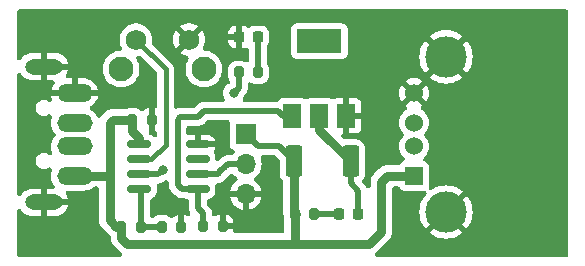
<source format=gbr>
%TF.GenerationSoftware,KiCad,Pcbnew,7.0.9*%
%TF.CreationDate,2024-04-25T13:42:10+02:00*%
%TF.ProjectId,UsbLoad,5573624c-6f61-4642-9e6b-696361645f70,rev?*%
%TF.SameCoordinates,Original*%
%TF.FileFunction,Copper,L1,Top*%
%TF.FilePolarity,Positive*%
%FSLAX46Y46*%
G04 Gerber Fmt 4.6, Leading zero omitted, Abs format (unit mm)*
G04 Created by KiCad (PCBNEW 7.0.9) date 2024-04-25 13:42:10*
%MOMM*%
%LPD*%
G01*
G04 APERTURE LIST*
G04 Aperture macros list*
%AMRoundRect*
0 Rectangle with rounded corners*
0 $1 Rounding radius*
0 $2 $3 $4 $5 $6 $7 $8 $9 X,Y pos of 4 corners*
0 Add a 4 corners polygon primitive as box body*
4,1,4,$2,$3,$4,$5,$6,$7,$8,$9,$2,$3,0*
0 Add four circle primitives for the rounded corners*
1,1,$1+$1,$2,$3*
1,1,$1+$1,$4,$5*
1,1,$1+$1,$6,$7*
1,1,$1+$1,$8,$9*
0 Add four rect primitives between the rounded corners*
20,1,$1+$1,$2,$3,$4,$5,0*
20,1,$1+$1,$4,$5,$6,$7,0*
20,1,$1+$1,$6,$7,$8,$9,0*
20,1,$1+$1,$8,$9,$2,$3,0*%
G04 Aperture macros list end*
%TA.AperFunction,SMDPad,CuDef*%
%ADD10RoundRect,0.218750X-0.218750X-0.256250X0.218750X-0.256250X0.218750X0.256250X-0.218750X0.256250X0*%
%TD*%
%TA.AperFunction,SMDPad,CuDef*%
%ADD11RoundRect,0.200000X-0.200000X-0.275000X0.200000X-0.275000X0.200000X0.275000X-0.200000X0.275000X0*%
%TD*%
%TA.AperFunction,SMDPad,CuDef*%
%ADD12RoundRect,0.200000X0.200000X0.275000X-0.200000X0.275000X-0.200000X-0.275000X0.200000X-0.275000X0*%
%TD*%
%TA.AperFunction,SMDPad,CuDef*%
%ADD13RoundRect,0.150000X-0.825000X-0.150000X0.825000X-0.150000X0.825000X0.150000X-0.825000X0.150000X0*%
%TD*%
%TA.AperFunction,ComponentPad*%
%ADD14O,3.000000X1.500000*%
%TD*%
%TA.AperFunction,ComponentPad*%
%ADD15O,3.200000X1.300000*%
%TD*%
%TA.AperFunction,SMDPad,CuDef*%
%ADD16RoundRect,0.249999X-0.450001X-1.075001X0.450001X-1.075001X0.450001X1.075001X-0.450001X1.075001X0*%
%TD*%
%TA.AperFunction,SMDPad,CuDef*%
%ADD17R,1.500000X2.000000*%
%TD*%
%TA.AperFunction,SMDPad,CuDef*%
%ADD18R,3.800000X2.000000*%
%TD*%
%TA.AperFunction,ComponentPad*%
%ADD19R,1.700000X1.700000*%
%TD*%
%TA.AperFunction,ComponentPad*%
%ADD20O,1.700000X1.700000*%
%TD*%
%TA.AperFunction,SMDPad,CuDef*%
%ADD21RoundRect,0.218750X0.218750X0.256250X-0.218750X0.256250X-0.218750X-0.256250X0.218750X-0.256250X0*%
%TD*%
%TA.AperFunction,ComponentPad*%
%ADD22C,2.100000*%
%TD*%
%TA.AperFunction,ComponentPad*%
%ADD23C,1.750000*%
%TD*%
%TA.AperFunction,ComponentPad*%
%ADD24R,1.524000X1.524000*%
%TD*%
%TA.AperFunction,ComponentPad*%
%ADD25C,1.524000*%
%TD*%
%TA.AperFunction,ComponentPad*%
%ADD26C,3.500000*%
%TD*%
%TA.AperFunction,ViaPad*%
%ADD27C,0.800000*%
%TD*%
%TA.AperFunction,Conductor*%
%ADD28C,0.500000*%
%TD*%
%TA.AperFunction,Conductor*%
%ADD29C,0.600000*%
%TD*%
%TA.AperFunction,Conductor*%
%ADD30C,0.127000*%
%TD*%
%TA.AperFunction,Conductor*%
%ADD31C,0.800000*%
%TD*%
%TA.AperFunction,Conductor*%
%ADD32C,0.250000*%
%TD*%
%TA.AperFunction,Conductor*%
%ADD33C,0.400000*%
%TD*%
G04 APERTURE END LIST*
D10*
%TO.P,D2,1,K*%
%TO.N,GND*%
X84212500Y-51000000D03*
%TO.P,D2,2,A*%
%TO.N,Net-(D2-A)*%
X85787500Y-51000000D03*
%TD*%
D11*
%TO.P,R6,1*%
%TO.N,Net-(U1-PA7)*%
X84175000Y-54000000D03*
%TO.P,R6,2*%
%TO.N,Net-(D2-A)*%
X85825000Y-54000000D03*
%TD*%
D12*
%TO.P,C1,1*%
%TO.N,GND*%
X76825000Y-58000000D03*
%TO.P,C1,2*%
%TO.N,VCC*%
X75175000Y-58000000D03*
%TD*%
D11*
%TO.P,R1,1*%
%TO.N,VCC*%
X74255000Y-67050000D03*
%TO.P,R1,2*%
%TO.N,/Voltage*%
X75905000Y-67050000D03*
%TD*%
D13*
%TO.P,U1,1,VCC*%
%TO.N,VCC*%
X75775000Y-60095000D03*
%TO.P,U1,2,PA6*%
%TO.N,Net-(U1-PA6)*%
X75775000Y-61365000D03*
%TO.P,U1,3,PA7*%
%TO.N,Net-(U1-PA7)*%
X75775000Y-62635000D03*
%TO.P,U1,4,PA1*%
%TO.N,/Voltage*%
X75775000Y-63905000D03*
%TO.P,U1,5,PA2*%
%TO.N,/Stimul*%
X80725000Y-63905000D03*
%TO.P,U1,6,~{RESET}/PA0*%
%TO.N,Net-(J3-Pin_2)*%
X80725000Y-62635000D03*
%TO.P,U1,7,PA3*%
%TO.N,unconnected-(U1-PA3-Pad7)*%
X80725000Y-61365000D03*
%TO.P,U1,8,GND*%
%TO.N,GND*%
X80725000Y-60095000D03*
%TD*%
D14*
%TO.P,J1,1,VBUS*%
%TO.N,VCC*%
X70285000Y-62750000D03*
%TO.P,J1,2,D-*%
%TO.N,unconnected-(J1-D--Pad2)*%
X70285000Y-60250000D03*
%TO.P,J1,3,D+*%
%TO.N,unconnected-(J1-D+-Pad3)*%
X70285000Y-58250000D03*
%TO.P,J1,4,GND*%
%TO.N,GND*%
X70285000Y-55750000D03*
D15*
%TO.P,J1,5,Shield*%
X67685000Y-65000000D03*
X67685000Y-53500000D03*
%TD*%
D11*
%TO.P,R5,1*%
%TO.N,/Stimul*%
X81175000Y-67000000D03*
%TO.P,R5,2*%
%TO.N,GND*%
X82825000Y-67000000D03*
%TD*%
%TO.P,R2,1*%
%TO.N,/Voltage*%
X77685000Y-67050000D03*
%TO.P,R2,2*%
%TO.N,GND*%
X79335000Y-67050000D03*
%TD*%
D16*
%TO.P,R3,1*%
%TO.N,VCC*%
X88850000Y-61500000D03*
%TO.P,R3,2*%
%TO.N,Net-(D1-K)*%
X93650000Y-61500000D03*
%TD*%
D17*
%TO.P,Q1,1,G*%
%TO.N,/Stimul*%
X88700000Y-57650000D03*
%TO.P,Q1,2,D*%
%TO.N,Net-(D1-K)*%
X91000000Y-57650000D03*
D18*
X91000000Y-51350000D03*
D17*
%TO.P,Q1,3,S*%
%TO.N,GND*%
X93300000Y-57650000D03*
%TD*%
D19*
%TO.P,J3,1,Pin_1*%
%TO.N,VCC*%
X84775000Y-59210000D03*
D20*
%TO.P,J3,2,Pin_2*%
%TO.N,Net-(J3-Pin_2)*%
X84775000Y-61750000D03*
%TO.P,J3,3,Pin_3*%
%TO.N,GND*%
X84775000Y-64290000D03*
%TD*%
D21*
%TO.P,D1,1,K*%
%TO.N,Net-(D1-K)*%
X94287500Y-66000000D03*
%TO.P,D1,2,A*%
%TO.N,Net-(D1-A)*%
X92712500Y-66000000D03*
%TD*%
D22*
%TO.P,SW1,*%
%TO.N,*%
X74225000Y-53702500D03*
X81235000Y-53702500D03*
D23*
%TO.P,SW1,1,1*%
%TO.N,Net-(U1-PA6)*%
X75475000Y-51212500D03*
%TO.P,SW1,2,2*%
%TO.N,GND*%
X79975000Y-51212500D03*
%TD*%
D11*
%TO.P,R4,1*%
%TO.N,VCC*%
X88925000Y-66000000D03*
%TO.P,R4,2*%
%TO.N,Net-(D1-A)*%
X90575000Y-66000000D03*
%TD*%
D24*
%TO.P,J2,1,VBUS*%
%TO.N,VCC*%
X99022500Y-62750000D03*
D25*
%TO.P,J2,2,D-*%
%TO.N,unconnected-(J2-D--Pad2)*%
X99022500Y-60250000D03*
%TO.P,J2,3,D+*%
%TO.N,unconnected-(J2-D+-Pad3)*%
X99022500Y-58250000D03*
%TO.P,J2,4,GND*%
%TO.N,GND*%
X99022500Y-55750000D03*
D26*
%TO.P,J2,5,Shield*%
X101732500Y-65820000D03*
X101732500Y-52680000D03*
%TD*%
D27*
%TO.N,GND*%
X79250000Y-65250000D03*
X82500000Y-58750000D03*
%TO.N,Net-(U1-PA7)*%
X83750000Y-55750000D03*
X77750000Y-62250000D03*
%TD*%
D28*
%TO.N,Net-(U1-PA7)*%
X84175000Y-55325000D02*
X84175000Y-54000000D01*
X83750000Y-55750000D02*
X84175000Y-55325000D01*
%TO.N,/Stimul*%
X79405000Y-63905000D02*
X80725000Y-63905000D01*
X79000000Y-58000000D02*
X79000000Y-63500000D01*
X79250000Y-57750000D02*
X79000000Y-58000000D01*
X81250000Y-57250000D02*
X80750000Y-57750000D01*
X80750000Y-57750000D02*
X79250000Y-57750000D01*
X87500000Y-57250000D02*
X81250000Y-57250000D01*
X79000000Y-63500000D02*
X79405000Y-63905000D01*
X87900000Y-57650000D02*
X87500000Y-57250000D01*
X88700000Y-57650000D02*
X87900000Y-57650000D01*
D29*
%TO.N,VCC*%
X75775000Y-59525000D02*
X75775000Y-60095000D01*
D28*
X85815000Y-60250000D02*
X84775000Y-59210000D01*
X87600000Y-60250000D02*
X85815000Y-60250000D01*
X88850000Y-61500000D02*
X87600000Y-60250000D01*
%TO.N,Net-(J3-Pin_2)*%
X83270000Y-61750000D02*
X84775000Y-61750000D01*
X82635000Y-62385000D02*
X83000000Y-62020000D01*
X82385000Y-62635000D02*
X82635000Y-62385000D01*
X82635000Y-62385000D02*
X83270000Y-61750000D01*
D30*
%TO.N,GND*%
X79335000Y-65335000D02*
X79250000Y-65250000D01*
D28*
X79335000Y-67050000D02*
X79335000Y-65335000D01*
D31*
%TO.N,VCC*%
X74750000Y-68500000D02*
X89000000Y-68500000D01*
X73500000Y-58000000D02*
X75175000Y-58000000D01*
X70035000Y-62750000D02*
X73250000Y-62750000D01*
X73800000Y-67050000D02*
X73250000Y-66500000D01*
X88925000Y-66000000D02*
X88925000Y-68425000D01*
X88850000Y-65850000D02*
X88850000Y-61500000D01*
X96250000Y-67500000D02*
X95250000Y-68500000D01*
X88925000Y-68425000D02*
X89000000Y-68500000D01*
X96750000Y-62750000D02*
X96250000Y-63250000D01*
X99022500Y-62750000D02*
X96750000Y-62750000D01*
X74255000Y-67050000D02*
X74250000Y-67050000D01*
X75175000Y-58000000D02*
X75175000Y-58925000D01*
X96250000Y-63250000D02*
X96250000Y-67500000D01*
X73250000Y-62750000D02*
X73250000Y-58250000D01*
X74255000Y-67050000D02*
X73800000Y-67050000D01*
X73250000Y-66500000D02*
X73250000Y-62750000D01*
X88925000Y-66000000D02*
X89000000Y-66000000D01*
X89000000Y-66000000D02*
X88850000Y-65850000D01*
X95250000Y-68500000D02*
X89000000Y-68500000D01*
X74255000Y-67050000D02*
X74255000Y-68005000D01*
X75175000Y-58925000D02*
X75775000Y-59525000D01*
X73250000Y-58250000D02*
X73500000Y-58000000D01*
X74255000Y-68005000D02*
X74750000Y-68500000D01*
D28*
%TO.N,Net-(J3-Pin_2)*%
X82385000Y-62635000D02*
X80725000Y-62635000D01*
D32*
X80725000Y-62725000D02*
X80750000Y-62750000D01*
X80725000Y-62635000D02*
X80725000Y-62725000D01*
D28*
%TO.N,/Stimul*%
X81175000Y-65925000D02*
X81175000Y-67000000D01*
X80725000Y-65475000D02*
X81175000Y-65925000D01*
D30*
X80725000Y-63905000D02*
X80725000Y-64000000D01*
D28*
X80725000Y-65250000D02*
X80725000Y-65475000D01*
X80725000Y-63905000D02*
X80725000Y-65250000D01*
%TO.N,/Voltage*%
X75905000Y-67050000D02*
X77685000Y-67050000D01*
X75905000Y-67050000D02*
X75905000Y-64035000D01*
D32*
X75905000Y-64035000D02*
X75775000Y-63905000D01*
%TO.N,Net-(D2-A)*%
X85787500Y-53962500D02*
X85825000Y-54000000D01*
D28*
X85787500Y-51000000D02*
X85787500Y-53962500D01*
%TO.N,Net-(D1-K)*%
X93650000Y-61500000D02*
X93650000Y-63400000D01*
X93650000Y-63400000D02*
X94287500Y-64037500D01*
D31*
X91000000Y-58850000D02*
X93650000Y-61500000D01*
D30*
X93650000Y-61500000D02*
X94287500Y-62137500D01*
D28*
X94287500Y-64037500D02*
X94287500Y-66000000D01*
D31*
X91000000Y-57650000D02*
X91000000Y-58850000D01*
D28*
%TO.N,Net-(D1-A)*%
X90575000Y-66000000D02*
X92712500Y-66000000D01*
D33*
%TO.N,Net-(U1-PA6)*%
X76749999Y-61365000D02*
X75775000Y-61365000D01*
X75475000Y-51212500D02*
X78000000Y-53737500D01*
X78000000Y-53737500D02*
X78000000Y-60114999D01*
X78000000Y-60114999D02*
X76749999Y-61365000D01*
D28*
%TO.N,Net-(U1-PA7)*%
X77365000Y-62635000D02*
X77750000Y-62250000D01*
X75775000Y-62635000D02*
X77365000Y-62635000D01*
%TD*%
%TA.AperFunction,Conductor*%
%TO.N,GND*%
G36*
X72236843Y-63670207D02*
G01*
X72306084Y-63725426D01*
X72344511Y-63805218D01*
X72349500Y-63849500D01*
X72349500Y-66413470D01*
X72347051Y-66444590D01*
X72345781Y-66452612D01*
X72349364Y-66520998D01*
X72349500Y-66526179D01*
X72349500Y-66547201D01*
X72351696Y-66568096D01*
X72352104Y-66573284D01*
X72355687Y-66641644D01*
X72355688Y-66641651D01*
X72357788Y-66649489D01*
X72363476Y-66680179D01*
X72364324Y-66688249D01*
X72364325Y-66688254D01*
X72385484Y-66753376D01*
X72386956Y-66758348D01*
X72404625Y-66824281D01*
X72404681Y-66824491D01*
X72408367Y-66831725D01*
X72420313Y-66860567D01*
X72422819Y-66868281D01*
X72422819Y-66868282D01*
X72439364Y-66896937D01*
X72451496Y-66917951D01*
X72457052Y-66927573D01*
X72459525Y-66932127D01*
X72490617Y-66993149D01*
X72495720Y-66999450D01*
X72513407Y-67025185D01*
X72517464Y-67032212D01*
X72517470Y-67032221D01*
X72563287Y-67083106D01*
X72566655Y-67087049D01*
X72573323Y-67095282D01*
X72579878Y-67103377D01*
X72579883Y-67103383D01*
X72594723Y-67118222D01*
X72598312Y-67122003D01*
X72644128Y-67172887D01*
X72644129Y-67172888D01*
X72650698Y-67177661D01*
X72674440Y-67197939D01*
X73102061Y-67625560D01*
X73122337Y-67649299D01*
X73127112Y-67655871D01*
X73177996Y-67701687D01*
X73181774Y-67705273D01*
X73196620Y-67720119D01*
X73212969Y-67733359D01*
X73216893Y-67736711D01*
X73267783Y-67782532D01*
X73269159Y-67783532D01*
X73270138Y-67784653D01*
X73275536Y-67789513D01*
X73274951Y-67790161D01*
X73327430Y-67850226D01*
X73350992Y-67935597D01*
X73350921Y-67954935D01*
X73350780Y-67957610D01*
X73352643Y-67993147D01*
X73354364Y-68025998D01*
X73354500Y-68031179D01*
X73354500Y-68052201D01*
X73356696Y-68073096D01*
X73357103Y-68078282D01*
X73359197Y-68118227D01*
X73360687Y-68146644D01*
X73360688Y-68146651D01*
X73362788Y-68154489D01*
X73368476Y-68185179D01*
X73369324Y-68193249D01*
X73369325Y-68193254D01*
X73390484Y-68258376D01*
X73391956Y-68263348D01*
X73409680Y-68329488D01*
X73409681Y-68329491D01*
X73413367Y-68336725D01*
X73425313Y-68365567D01*
X73427819Y-68373281D01*
X73427819Y-68373282D01*
X73462052Y-68432573D01*
X73464525Y-68437127D01*
X73495617Y-68498149D01*
X73500720Y-68504450D01*
X73518407Y-68530185D01*
X73522464Y-68537212D01*
X73522470Y-68537221D01*
X73568287Y-68588106D01*
X73571655Y-68592049D01*
X73579381Y-68601589D01*
X73584878Y-68608377D01*
X73584883Y-68608383D01*
X73599723Y-68623222D01*
X73603312Y-68627003D01*
X73649128Y-68677887D01*
X73649129Y-68677888D01*
X73655698Y-68682661D01*
X73679440Y-68702939D01*
X74052062Y-69075562D01*
X74072340Y-69099304D01*
X74077108Y-69105866D01*
X74077108Y-69105867D01*
X74077111Y-69105869D01*
X74077112Y-69105871D01*
X74127987Y-69151678D01*
X74131768Y-69155267D01*
X74146621Y-69170121D01*
X74162955Y-69183348D01*
X74166917Y-69186732D01*
X74217779Y-69232529D01*
X74217781Y-69232531D01*
X74217784Y-69232533D01*
X74217786Y-69232534D01*
X74226225Y-69238666D01*
X74224336Y-69241264D01*
X74275144Y-69288418D01*
X74307491Y-69370863D01*
X74300862Y-69459178D01*
X74256572Y-69535871D01*
X74183392Y-69585752D01*
X74110710Y-69599500D01*
X65599500Y-69599500D01*
X65513157Y-69579793D01*
X65443916Y-69524574D01*
X65405489Y-69444782D01*
X65400500Y-69400500D01*
X65400500Y-65728638D01*
X65420207Y-65642295D01*
X65475426Y-65573054D01*
X65555218Y-65534627D01*
X65643782Y-65534627D01*
X65723574Y-65573054D01*
X65768694Y-65623879D01*
X65813348Y-65696000D01*
X65813352Y-65696004D01*
X65956929Y-65853499D01*
X65956934Y-65853504D01*
X66127008Y-65981939D01*
X66317792Y-66076937D01*
X66317794Y-66076938D01*
X66522776Y-66135260D01*
X66522787Y-66135262D01*
X66681832Y-66150000D01*
X67435000Y-66150000D01*
X67435000Y-65350000D01*
X67935000Y-65350000D01*
X67935000Y-66150000D01*
X68688168Y-66150000D01*
X68847212Y-66135262D01*
X68847223Y-66135260D01*
X69052205Y-66076938D01*
X69052207Y-66076937D01*
X69242991Y-65981939D01*
X69413065Y-65853504D01*
X69413070Y-65853499D01*
X69556647Y-65696004D01*
X69556653Y-65695997D01*
X69668845Y-65514799D01*
X69668846Y-65514796D01*
X69745837Y-65316060D01*
X69758187Y-65250000D01*
X68830581Y-65250000D01*
X68882060Y-65194079D01*
X68928982Y-65087108D01*
X68938628Y-64970698D01*
X68909953Y-64857462D01*
X68846064Y-64759673D01*
X68833636Y-64750000D01*
X69758186Y-64750000D01*
X69745837Y-64683939D01*
X69668846Y-64485203D01*
X69668847Y-64485203D01*
X69556812Y-64304259D01*
X69528114Y-64220474D01*
X69538611Y-64132535D01*
X69586224Y-64057859D01*
X69661522Y-64011237D01*
X69726006Y-64000500D01*
X71091153Y-64000500D01*
X71091155Y-64000500D01*
X71259188Y-63985377D01*
X71476170Y-63925493D01*
X71678973Y-63827829D01*
X71861078Y-63695522D01*
X71861078Y-63695521D01*
X71868308Y-63690269D01*
X71869845Y-63692384D01*
X71934359Y-63657670D01*
X71987296Y-63650500D01*
X72150500Y-63650500D01*
X72236843Y-63670207D01*
G37*
%TD.AperFunction*%
%TA.AperFunction,Conductor*%
G36*
X111986843Y-48670207D02*
G01*
X112056084Y-48725426D01*
X112094511Y-48805218D01*
X112099500Y-48849500D01*
X112099500Y-69400500D01*
X112079793Y-69486843D01*
X112024574Y-69556084D01*
X111944782Y-69594511D01*
X111900500Y-69599500D01*
X95889290Y-69599500D01*
X95802947Y-69579793D01*
X95733706Y-69524574D01*
X95695279Y-69444782D01*
X95695279Y-69356218D01*
X95733706Y-69276426D01*
X95775235Y-69240684D01*
X95773771Y-69238669D01*
X95782210Y-69232537D01*
X95782211Y-69232535D01*
X95782216Y-69232533D01*
X95833123Y-69186695D01*
X95837043Y-69183348D01*
X95853380Y-69170119D01*
X95868257Y-69155240D01*
X95871977Y-69151710D01*
X95922888Y-69105871D01*
X95927661Y-69099300D01*
X95947935Y-69075562D01*
X96825565Y-68197933D01*
X96849307Y-68177656D01*
X96855871Y-68172888D01*
X96901681Y-68122008D01*
X96905230Y-68118268D01*
X96920120Y-68103380D01*
X96933352Y-68087037D01*
X96936720Y-68083094D01*
X96982533Y-68032216D01*
X96986583Y-68025199D01*
X97004280Y-67999450D01*
X97005456Y-67997998D01*
X97009383Y-67993149D01*
X97040471Y-67932132D01*
X97042932Y-67927599D01*
X97077179Y-67868284D01*
X97079684Y-67860573D01*
X97091641Y-67831707D01*
X97091713Y-67831565D01*
X97095320Y-67824487D01*
X97113048Y-67758322D01*
X97114506Y-67753399D01*
X97135674Y-67688256D01*
X97136521Y-67680189D01*
X97142213Y-67649480D01*
X97144313Y-67641645D01*
X97147896Y-67573248D01*
X97148301Y-67568110D01*
X97150500Y-67547192D01*
X97150500Y-67526179D01*
X97150635Y-67520998D01*
X97154219Y-67452612D01*
X97152948Y-67444590D01*
X97150500Y-67413470D01*
X97150500Y-63849500D01*
X97170207Y-63763157D01*
X97225426Y-63693916D01*
X97305218Y-63655489D01*
X97349500Y-63650500D01*
X97641935Y-63650500D01*
X97728278Y-63670207D01*
X97797519Y-63725426D01*
X97816590Y-63754124D01*
X97816701Y-63754328D01*
X97902953Y-63869546D01*
X97972864Y-63921881D01*
X98018169Y-63955796D01*
X98153017Y-64006091D01*
X98212627Y-64012500D01*
X99832372Y-64012499D01*
X99832375Y-64012499D01*
X99868952Y-64008567D01*
X99956907Y-64018933D01*
X100031654Y-64066434D01*
X100078388Y-64141662D01*
X100087854Y-64229718D01*
X100058177Y-64313161D01*
X100039838Y-64337637D01*
X99943628Y-64447342D01*
X99943626Y-64447346D01*
X99779767Y-64692577D01*
X99649309Y-64957118D01*
X99554504Y-65236404D01*
X99554501Y-65236413D01*
X99496962Y-65525683D01*
X99496961Y-65525687D01*
X99477672Y-65820000D01*
X99496961Y-66114312D01*
X99496962Y-66114316D01*
X99554501Y-66403586D01*
X99554504Y-66403595D01*
X99649309Y-66682881D01*
X99779767Y-66947422D01*
X99943624Y-67192652D01*
X99972906Y-67226040D01*
X100761938Y-66437007D01*
X100810848Y-66515999D01*
X100954431Y-66673501D01*
X101112888Y-66793163D01*
X100326458Y-67579592D01*
X100359852Y-67608878D01*
X100605077Y-67772732D01*
X100869618Y-67903190D01*
X101148904Y-67997995D01*
X101148913Y-67997998D01*
X101438183Y-68055537D01*
X101438187Y-68055538D01*
X101732500Y-68074827D01*
X102026812Y-68055538D01*
X102026816Y-68055537D01*
X102316086Y-67997998D01*
X102316095Y-67997995D01*
X102595381Y-67903190D01*
X102859922Y-67772732D01*
X103105153Y-67608873D01*
X103105157Y-67608870D01*
X103138539Y-67579593D01*
X103138539Y-67579592D01*
X102352111Y-66793163D01*
X102510569Y-66673501D01*
X102654152Y-66515999D01*
X102703060Y-66437007D01*
X103492092Y-67226039D01*
X103492093Y-67226039D01*
X103521370Y-67192657D01*
X103521373Y-67192653D01*
X103685232Y-66947422D01*
X103815690Y-66682881D01*
X103910495Y-66403595D01*
X103910498Y-66403586D01*
X103968037Y-66114316D01*
X103968038Y-66114312D01*
X103987327Y-65820000D01*
X103968038Y-65525687D01*
X103968037Y-65525683D01*
X103910498Y-65236413D01*
X103910495Y-65236404D01*
X103815690Y-64957118D01*
X103685232Y-64692577D01*
X103521378Y-64447352D01*
X103492092Y-64413958D01*
X102703060Y-65202990D01*
X102654152Y-65124001D01*
X102510569Y-64966499D01*
X102352110Y-64846835D01*
X103138540Y-64060406D01*
X103105152Y-64031124D01*
X102859922Y-63867267D01*
X102595381Y-63736809D01*
X102316095Y-63642004D01*
X102316086Y-63642001D01*
X102026816Y-63584462D01*
X102026812Y-63584461D01*
X101732500Y-63565172D01*
X101438187Y-63584461D01*
X101438183Y-63584462D01*
X101148913Y-63642001D01*
X101148904Y-63642004D01*
X100869618Y-63736809D01*
X100605079Y-63867266D01*
X100559469Y-63897742D01*
X100476729Y-63929325D01*
X100388479Y-63921881D01*
X100312198Y-63876884D01*
X100262995Y-63803246D01*
X100250615Y-63715553D01*
X100262456Y-63662740D01*
X100278591Y-63619483D01*
X100285000Y-63559873D01*
X100284999Y-61940128D01*
X100284999Y-61940123D01*
X100278591Y-61880518D01*
X100272235Y-61863475D01*
X100228296Y-61745669D01*
X100206250Y-61716219D01*
X100142046Y-61630453D01*
X100026835Y-61544207D01*
X100026831Y-61544204D01*
X99943252Y-61513031D01*
X99869240Y-61464392D01*
X99823661Y-61388458D01*
X99815543Y-61300267D01*
X99846493Y-61217288D01*
X99872077Y-61185868D01*
X99993326Y-61064620D01*
X100120034Y-60883662D01*
X100213394Y-60683450D01*
X100270570Y-60470068D01*
X100289823Y-60250000D01*
X100270570Y-60029932D01*
X100213394Y-59816550D01*
X100120034Y-59616339D01*
X99993326Y-59435380D01*
X99948659Y-59390713D01*
X99901541Y-59315726D01*
X99891625Y-59227719D01*
X99920876Y-59144126D01*
X99948657Y-59109288D01*
X99993326Y-59064620D01*
X100120034Y-58883662D01*
X100213394Y-58683450D01*
X100270570Y-58470068D01*
X100289823Y-58250000D01*
X100270570Y-58029932D01*
X100213394Y-57816550D01*
X100120034Y-57616339D01*
X99993326Y-57435380D01*
X99837120Y-57279174D01*
X99837119Y-57279173D01*
X99837116Y-57279170D01*
X99670786Y-57162705D01*
X99611361Y-57097038D01*
X99586313Y-57012091D01*
X99600604Y-56924688D01*
X99651401Y-56852141D01*
X99670784Y-56836684D01*
X99720686Y-56801740D01*
X99720687Y-56801739D01*
X99119520Y-56200572D01*
X99159619Y-56194529D01*
X99284554Y-56134363D01*
X99386205Y-56040045D01*
X99455539Y-55919955D01*
X99472350Y-55846297D01*
X100074239Y-56448187D01*
X100074240Y-56448186D01*
X100119598Y-56383411D01*
X100212922Y-56183276D01*
X100270073Y-55969987D01*
X100270074Y-55969983D01*
X100289320Y-55750000D01*
X100270074Y-55530016D01*
X100270073Y-55530012D01*
X100212921Y-55316720D01*
X100212919Y-55316717D01*
X100119599Y-55116591D01*
X100119597Y-55116587D01*
X100074240Y-55051812D01*
X99476279Y-55649773D01*
X99476033Y-55646484D01*
X99425372Y-55517402D01*
X99338914Y-55408987D01*
X99224341Y-55330873D01*
X99120197Y-55298749D01*
X99720686Y-54698258D01*
X99720686Y-54698257D01*
X99655911Y-54652901D01*
X99455778Y-54559578D01*
X99242487Y-54502426D01*
X99242483Y-54502425D01*
X99022500Y-54483179D01*
X98802516Y-54502425D01*
X98802512Y-54502426D01*
X98589220Y-54559578D01*
X98589216Y-54559580D01*
X98389092Y-54652899D01*
X98389087Y-54652901D01*
X98324312Y-54698256D01*
X98324312Y-54698259D01*
X98925480Y-55299427D01*
X98885381Y-55305471D01*
X98760446Y-55365637D01*
X98658795Y-55459955D01*
X98589461Y-55580045D01*
X98572649Y-55653702D01*
X97970759Y-55051812D01*
X97970756Y-55051812D01*
X97925401Y-55116587D01*
X97925399Y-55116592D01*
X97832080Y-55316716D01*
X97832078Y-55316720D01*
X97774926Y-55530012D01*
X97774925Y-55530016D01*
X97755679Y-55750000D01*
X97774925Y-55969983D01*
X97774926Y-55969987D01*
X97832078Y-56183278D01*
X97925401Y-56383411D01*
X97970758Y-56448186D01*
X98568720Y-55850225D01*
X98568967Y-55853516D01*
X98619628Y-55982598D01*
X98706086Y-56091013D01*
X98820659Y-56169127D01*
X98924801Y-56201250D01*
X98324312Y-56801740D01*
X98374215Y-56836683D01*
X98433639Y-56902350D01*
X98458687Y-56987298D01*
X98444396Y-57074700D01*
X98393598Y-57147247D01*
X98374214Y-57162705D01*
X98207892Y-57279164D01*
X98207876Y-57279177D01*
X98051677Y-57435376D01*
X98051670Y-57435384D01*
X97924966Y-57616338D01*
X97924965Y-57616340D01*
X97831607Y-57816545D01*
X97831606Y-57816548D01*
X97774429Y-58029933D01*
X97755177Y-58250000D01*
X97774429Y-58470066D01*
X97831606Y-58683450D01*
X97924965Y-58883661D01*
X97924971Y-58883670D01*
X98051671Y-59064618D01*
X98096339Y-59109286D01*
X98143458Y-59184274D01*
X98153374Y-59272281D01*
X98124123Y-59355874D01*
X98096341Y-59390713D01*
X98051670Y-59435384D01*
X97924966Y-59616338D01*
X97924965Y-59616340D01*
X97831607Y-59816545D01*
X97831606Y-59816548D01*
X97774429Y-60029933D01*
X97755177Y-60250000D01*
X97774429Y-60470066D01*
X97831606Y-60683450D01*
X97924965Y-60883661D01*
X97924971Y-60883670D01*
X98051671Y-61064618D01*
X98172917Y-61185864D01*
X98220036Y-61260852D01*
X98229952Y-61348859D01*
X98200701Y-61432452D01*
X98138077Y-61495076D01*
X98101748Y-61513031D01*
X98018166Y-61544205D01*
X98018164Y-61544207D01*
X97902953Y-61630453D01*
X97816701Y-61745671D01*
X97816590Y-61745876D01*
X97816320Y-61746180D01*
X97808174Y-61757063D01*
X97807283Y-61756396D01*
X97757911Y-61812211D01*
X97676262Y-61846517D01*
X97641935Y-61849500D01*
X96836529Y-61849500D01*
X96805400Y-61847050D01*
X96797388Y-61845781D01*
X96797385Y-61845781D01*
X96784383Y-61846462D01*
X96729002Y-61849364D01*
X96723820Y-61849500D01*
X96702808Y-61849500D01*
X96702799Y-61849500D01*
X96702797Y-61849501D01*
X96681904Y-61851696D01*
X96676719Y-61852103D01*
X96632851Y-61854403D01*
X96608354Y-61855687D01*
X96608345Y-61855688D01*
X96600505Y-61857789D01*
X96569827Y-61863475D01*
X96561751Y-61864324D01*
X96561739Y-61864326D01*
X96496632Y-61885481D01*
X96491640Y-61886960D01*
X96425519Y-61904677D01*
X96425511Y-61904680D01*
X96418277Y-61908366D01*
X96389445Y-61920309D01*
X96381719Y-61922819D01*
X96381710Y-61922823D01*
X96322424Y-61957052D01*
X96317848Y-61959537D01*
X96256850Y-61990617D01*
X96256849Y-61990618D01*
X96250533Y-61995732D01*
X96224823Y-62013402D01*
X96217785Y-62017465D01*
X96166914Y-62063269D01*
X96162957Y-62066649D01*
X96146628Y-62079872D01*
X96146620Y-62079879D01*
X96131763Y-62094737D01*
X96127987Y-62098320D01*
X96077112Y-62144128D01*
X96077103Y-62144138D01*
X96072336Y-62150700D01*
X96052063Y-62174435D01*
X95674437Y-62552062D01*
X95650704Y-62572334D01*
X95644132Y-62577109D01*
X95644124Y-62577116D01*
X95598312Y-62627995D01*
X95594731Y-62631768D01*
X95579878Y-62646623D01*
X95566665Y-62662937D01*
X95563288Y-62666892D01*
X95517467Y-62717783D01*
X95517465Y-62717785D01*
X95513406Y-62724817D01*
X95495730Y-62750535D01*
X95490618Y-62756848D01*
X95490615Y-62756852D01*
X95459536Y-62817847D01*
X95457051Y-62822424D01*
X95422824Y-62881709D01*
X95422819Y-62881719D01*
X95420309Y-62889445D01*
X95408366Y-62918277D01*
X95404681Y-62925508D01*
X95404679Y-62925513D01*
X95386959Y-62991641D01*
X95385481Y-62996632D01*
X95364324Y-63061749D01*
X95363476Y-63069822D01*
X95357790Y-63100501D01*
X95355688Y-63108347D01*
X95355687Y-63108352D01*
X95352104Y-63176716D01*
X95351696Y-63181904D01*
X95349501Y-63202797D01*
X95349500Y-63202816D01*
X95349500Y-63223819D01*
X95349364Y-63229001D01*
X95348165Y-63251893D01*
X95345781Y-63297386D01*
X95345781Y-63297389D01*
X95347050Y-63305401D01*
X95349500Y-63336530D01*
X95349500Y-63629412D01*
X95329793Y-63715755D01*
X95274574Y-63784996D01*
X95194782Y-63823423D01*
X95106218Y-63823423D01*
X95026426Y-63784996D01*
X94980132Y-63726947D01*
X94978392Y-63728021D01*
X94977179Y-63726054D01*
X94973716Y-63718902D01*
X94971207Y-63715755D01*
X94970150Y-63713524D01*
X94967662Y-63708190D01*
X94962737Y-63698383D01*
X94920534Y-63634215D01*
X94880215Y-63568848D01*
X94873402Y-63560231D01*
X94866331Y-63551805D01*
X94810482Y-63499114D01*
X94664582Y-63353213D01*
X94617463Y-63278225D01*
X94607547Y-63190218D01*
X94636798Y-63106625D01*
X94664580Y-63071787D01*
X94692712Y-63043656D01*
X94784814Y-62894335D01*
X94839999Y-62727798D01*
X94850500Y-62625010D01*
X94850500Y-62188588D01*
X94851351Y-62175598D01*
X94856367Y-62137500D01*
X94851997Y-62104303D01*
X94851352Y-62099403D01*
X94850500Y-62086403D01*
X94850500Y-60374998D01*
X94850500Y-60374990D01*
X94839999Y-60272202D01*
X94784814Y-60105665D01*
X94692712Y-59956344D01*
X94568656Y-59832288D01*
X94556584Y-59824842D01*
X94419337Y-59740187D01*
X94419335Y-59740186D01*
X94252802Y-59685002D01*
X94252800Y-59685001D01*
X94252798Y-59685001D01*
X94150010Y-59674500D01*
X93180427Y-59674500D01*
X93094084Y-59654793D01*
X93039713Y-59616214D01*
X92913213Y-59489714D01*
X92866094Y-59414726D01*
X92856178Y-59326719D01*
X92885429Y-59243126D01*
X92948053Y-59180502D01*
X93031646Y-59151251D01*
X93049766Y-59150233D01*
X93050000Y-59150000D01*
X93050000Y-57900000D01*
X93550000Y-57900000D01*
X93550000Y-59150000D01*
X94097823Y-59150000D01*
X94157372Y-59143598D01*
X94157381Y-59143596D01*
X94292087Y-59093353D01*
X94292090Y-59093352D01*
X94407189Y-59007189D01*
X94493352Y-58892090D01*
X94493353Y-58892087D01*
X94543596Y-58757381D01*
X94543598Y-58757372D01*
X94550000Y-58697822D01*
X94550000Y-57900000D01*
X93550000Y-57900000D01*
X93050000Y-57900000D01*
X93050000Y-56150000D01*
X93550000Y-56150000D01*
X93550000Y-57400000D01*
X94550000Y-57400000D01*
X94550000Y-56602177D01*
X94543598Y-56542627D01*
X94543596Y-56542618D01*
X94493353Y-56407912D01*
X94493352Y-56407909D01*
X94407189Y-56292810D01*
X94292090Y-56206647D01*
X94292087Y-56206646D01*
X94157381Y-56156403D01*
X94157372Y-56156401D01*
X94097823Y-56150000D01*
X93550000Y-56150000D01*
X93050000Y-56150000D01*
X92502177Y-56150000D01*
X92442627Y-56156401D01*
X92442618Y-56156403D01*
X92307912Y-56206646D01*
X92307906Y-56206649D01*
X92269670Y-56235272D01*
X92188739Y-56271238D01*
X92100217Y-56268527D01*
X92031159Y-56235270D01*
X91992336Y-56206207D01*
X91992333Y-56206205D01*
X91992331Y-56206204D01*
X91857483Y-56155909D01*
X91797873Y-56149500D01*
X91797867Y-56149500D01*
X90202123Y-56149500D01*
X90142518Y-56155908D01*
X90007670Y-56206203D01*
X90007664Y-56206207D01*
X89969256Y-56234959D01*
X89888324Y-56270926D01*
X89799803Y-56268216D01*
X89730744Y-56234959D01*
X89692335Y-56206207D01*
X89692331Y-56206204D01*
X89557483Y-56155909D01*
X89497873Y-56149500D01*
X89497867Y-56149500D01*
X87902123Y-56149500D01*
X87842518Y-56155908D01*
X87707670Y-56206203D01*
X87707664Y-56206207D01*
X87592453Y-56292453D01*
X87497674Y-56419063D01*
X87494340Y-56416567D01*
X87453961Y-56462213D01*
X87372312Y-56496518D01*
X87337988Y-56499500D01*
X84701762Y-56499500D01*
X84615419Y-56479793D01*
X84546178Y-56424574D01*
X84507751Y-56344782D01*
X84507751Y-56256218D01*
X84529423Y-56201000D01*
X84559156Y-56149500D01*
X84577179Y-56118284D01*
X84624905Y-55971396D01*
X84670329Y-55895371D01*
X84689281Y-55878618D01*
X84693525Y-55874613D01*
X84693530Y-55874610D01*
X84726071Y-55835827D01*
X84731905Y-55829461D01*
X84736591Y-55824777D01*
X84756940Y-55799040D01*
X84806302Y-55740214D01*
X84806303Y-55740211D01*
X84812329Y-55731049D01*
X84818108Y-55721680D01*
X84818111Y-55721677D01*
X84850575Y-55652058D01*
X84862063Y-55629182D01*
X84885040Y-55583433D01*
X84885041Y-55583427D01*
X84888812Y-55573066D01*
X84892256Y-55562675D01*
X84892255Y-55562675D01*
X84892257Y-55562673D01*
X84907792Y-55487434D01*
X84925500Y-55412721D01*
X84925500Y-55412715D01*
X84926776Y-55401798D01*
X84927732Y-55390863D01*
X84927734Y-55390856D01*
X84925500Y-55314082D01*
X84925500Y-55023524D01*
X84945207Y-54937181D01*
X85000426Y-54867940D01*
X85080218Y-54829513D01*
X85168782Y-54829513D01*
X85227451Y-54853224D01*
X85335394Y-54918478D01*
X85497804Y-54969086D01*
X85568384Y-54975500D01*
X85568385Y-54975500D01*
X86081615Y-54975500D01*
X86081616Y-54975500D01*
X86152196Y-54969086D01*
X86314606Y-54918478D01*
X86460185Y-54830472D01*
X86580472Y-54710185D01*
X86668478Y-54564606D01*
X86719086Y-54402196D01*
X86725500Y-54331616D01*
X86725500Y-53668384D01*
X86719086Y-53597804D01*
X86668478Y-53435394D01*
X86580472Y-53289815D01*
X86580469Y-53289812D01*
X86580347Y-53289655D01*
X86580246Y-53289441D01*
X86574245Y-53279514D01*
X86575277Y-53278889D01*
X86542613Y-53209532D01*
X86538000Y-53166932D01*
X86538000Y-52397876D01*
X88599500Y-52397876D01*
X88605908Y-52457481D01*
X88656203Y-52592329D01*
X88656207Y-52592335D01*
X88742453Y-52707546D01*
X88811989Y-52759600D01*
X88857669Y-52793796D01*
X88992517Y-52844091D01*
X89052127Y-52850500D01*
X92947872Y-52850499D01*
X92947876Y-52850499D01*
X92987612Y-52846227D01*
X93007483Y-52844091D01*
X93142331Y-52793796D01*
X93257546Y-52707546D01*
X93278167Y-52680000D01*
X99477672Y-52680000D01*
X99496961Y-52974312D01*
X99496962Y-52974316D01*
X99554501Y-53263586D01*
X99554504Y-53263595D01*
X99649309Y-53542881D01*
X99779767Y-53807422D01*
X99943624Y-54052652D01*
X99972906Y-54086040D01*
X100761938Y-53297007D01*
X100810848Y-53375999D01*
X100954431Y-53533501D01*
X101112888Y-53653163D01*
X100326458Y-54439592D01*
X100359852Y-54468878D01*
X100605077Y-54632732D01*
X100869618Y-54763190D01*
X101148904Y-54857995D01*
X101148913Y-54857998D01*
X101438183Y-54915537D01*
X101438187Y-54915538D01*
X101732500Y-54934827D01*
X102026812Y-54915538D01*
X102026816Y-54915537D01*
X102316086Y-54857998D01*
X102316095Y-54857995D01*
X102595381Y-54763190D01*
X102859922Y-54632732D01*
X103105153Y-54468873D01*
X103105157Y-54468870D01*
X103138539Y-54439593D01*
X103138539Y-54439592D01*
X102352111Y-53653163D01*
X102510569Y-53533501D01*
X102654152Y-53375999D01*
X102703060Y-53297007D01*
X103492092Y-54086039D01*
X103492093Y-54086039D01*
X103521370Y-54052657D01*
X103521373Y-54052653D01*
X103685232Y-53807422D01*
X103815690Y-53542881D01*
X103910495Y-53263595D01*
X103910498Y-53263586D01*
X103968037Y-52974316D01*
X103968038Y-52974312D01*
X103987327Y-52680000D01*
X103968038Y-52385687D01*
X103968037Y-52385683D01*
X103910498Y-52096413D01*
X103910495Y-52096404D01*
X103815690Y-51817118D01*
X103685232Y-51552577D01*
X103521378Y-51307352D01*
X103492092Y-51273958D01*
X102703060Y-52062990D01*
X102654152Y-51984001D01*
X102510569Y-51826499D01*
X102352111Y-51706836D01*
X103138540Y-50920406D01*
X103105152Y-50891124D01*
X102859922Y-50727267D01*
X102595381Y-50596809D01*
X102316095Y-50502004D01*
X102316086Y-50502001D01*
X102026816Y-50444462D01*
X102026812Y-50444461D01*
X101732500Y-50425172D01*
X101438187Y-50444461D01*
X101438183Y-50444462D01*
X101148913Y-50502001D01*
X101148904Y-50502004D01*
X100869618Y-50596809D01*
X100605077Y-50727267D01*
X100359851Y-50891122D01*
X100359846Y-50891126D01*
X100326459Y-50920406D01*
X101112889Y-51706836D01*
X100954431Y-51826499D01*
X100810848Y-51984001D01*
X100761939Y-52062992D01*
X99972906Y-51273959D01*
X99943626Y-51307346D01*
X99943622Y-51307351D01*
X99779767Y-51552577D01*
X99649309Y-51817118D01*
X99554504Y-52096404D01*
X99554501Y-52096413D01*
X99496962Y-52385683D01*
X99496961Y-52385687D01*
X99477672Y-52680000D01*
X93278167Y-52680000D01*
X93343796Y-52592331D01*
X93394091Y-52457483D01*
X93400500Y-52397873D01*
X93400499Y-50302128D01*
X93400499Y-50302127D01*
X93400499Y-50302123D01*
X93394091Y-50242518D01*
X93382381Y-50211120D01*
X93343796Y-50107669D01*
X93306201Y-50057449D01*
X93257546Y-49992453D01*
X93142335Y-49906207D01*
X93142331Y-49906204D01*
X93007483Y-49855909D01*
X92947873Y-49849500D01*
X92947867Y-49849500D01*
X89052123Y-49849500D01*
X88992518Y-49855908D01*
X88857670Y-49906203D01*
X88857664Y-49906207D01*
X88742453Y-49992453D01*
X88656207Y-50107664D01*
X88656204Y-50107669D01*
X88605909Y-50242517D01*
X88599500Y-50302127D01*
X88599500Y-50302128D01*
X88599500Y-50302132D01*
X88599500Y-52397876D01*
X86538000Y-52397876D01*
X86538000Y-51820444D01*
X86557707Y-51734101D01*
X86569135Y-51715834D01*
X86568196Y-51715255D01*
X86574278Y-51705393D01*
X86574281Y-51705391D01*
X86662549Y-51562287D01*
X86715436Y-51402685D01*
X86725500Y-51304174D01*
X86725500Y-50695826D01*
X86715436Y-50597315D01*
X86662549Y-50437713D01*
X86574281Y-50294609D01*
X86574278Y-50294606D01*
X86574277Y-50294604D01*
X86455395Y-50175722D01*
X86455392Y-50175720D01*
X86455391Y-50175719D01*
X86313023Y-50087905D01*
X86312289Y-50087452D01*
X86312288Y-50087451D01*
X86312287Y-50087451D01*
X86220480Y-50057029D01*
X86152689Y-50034565D01*
X86152687Y-50034564D01*
X86152685Y-50034564D01*
X86054174Y-50024500D01*
X85520826Y-50024500D01*
X85422315Y-50034564D01*
X85422312Y-50034564D01*
X85422310Y-50034565D01*
X85262710Y-50087452D01*
X85183151Y-50136525D01*
X85119609Y-50175719D01*
X85119607Y-50175720D01*
X85109745Y-50181804D01*
X85108575Y-50179907D01*
X85043041Y-50211120D01*
X84954479Y-50210739D01*
X84891151Y-50180239D01*
X84889944Y-50182198D01*
X84737071Y-50087905D01*
X84737065Y-50087902D01*
X84577588Y-50035058D01*
X84577589Y-50035058D01*
X84479134Y-50025000D01*
X84462500Y-50025000D01*
X84462500Y-51974999D01*
X84479141Y-51974999D01*
X84479147Y-51974998D01*
X84577583Y-51964943D01*
X84577587Y-51964942D01*
X84737065Y-51912097D01*
X84747573Y-51907197D01*
X84748499Y-51909182D01*
X84817346Y-51885726D01*
X84905268Y-51896365D01*
X84979867Y-51944099D01*
X85026367Y-52019472D01*
X85037000Y-52083651D01*
X85037000Y-52953806D01*
X85017293Y-53040149D01*
X84962074Y-53109390D01*
X84882282Y-53147817D01*
X84793718Y-53147817D01*
X84735050Y-53124107D01*
X84664604Y-53081521D01*
X84502197Y-53030914D01*
X84502193Y-53030913D01*
X84439453Y-53025212D01*
X84431616Y-53024500D01*
X83918384Y-53024500D01*
X83911329Y-53025141D01*
X83847806Y-53030913D01*
X83847802Y-53030914D01*
X83685394Y-53081521D01*
X83539812Y-53169529D01*
X83419529Y-53289812D01*
X83331521Y-53435394D01*
X83280914Y-53597802D01*
X83280913Y-53597806D01*
X83274500Y-53668385D01*
X83274500Y-54331614D01*
X83280913Y-54402193D01*
X83280914Y-54402197D01*
X83331521Y-54564605D01*
X83364548Y-54619238D01*
X83384898Y-54652901D01*
X83395800Y-54670934D01*
X83423604Y-54755020D01*
X83424500Y-54773885D01*
X83424500Y-54779970D01*
X83404793Y-54866313D01*
X83349574Y-54935554D01*
X83306446Y-54961763D01*
X83297274Y-54965846D01*
X83297272Y-54965847D01*
X83144128Y-55077112D01*
X83017466Y-55217784D01*
X83017463Y-55217788D01*
X82922822Y-55381712D01*
X82864325Y-55561744D01*
X82844540Y-55749999D01*
X82844540Y-55750000D01*
X82864325Y-55938255D01*
X82922822Y-56118286D01*
X82970577Y-56201000D01*
X82996682Y-56285628D01*
X82983482Y-56373202D01*
X82933593Y-56446377D01*
X82856895Y-56490659D01*
X82798238Y-56499500D01*
X81319170Y-56499500D01*
X81290328Y-56497399D01*
X81271977Y-56494710D01*
X81221563Y-56499121D01*
X81212888Y-56499500D01*
X81206283Y-56499500D01*
X81173724Y-56503306D01*
X81097200Y-56510001D01*
X81086502Y-56512209D01*
X81075737Y-56514761D01*
X81003576Y-56541025D01*
X80930662Y-56565187D01*
X80920718Y-56569823D01*
X80910882Y-56574763D01*
X80846707Y-56616971D01*
X80781343Y-56657288D01*
X80772745Y-56664086D01*
X80764307Y-56671166D01*
X80753120Y-56683024D01*
X80711599Y-56727033D01*
X80601949Y-56836683D01*
X80497418Y-56941214D01*
X80422430Y-56988333D01*
X80356704Y-56999500D01*
X79319170Y-56999500D01*
X79290328Y-56997399D01*
X79271977Y-56994711D01*
X79221566Y-56999121D01*
X79212890Y-56999500D01*
X79206281Y-56999500D01*
X79173706Y-57003308D01*
X79097199Y-57010002D01*
X79086454Y-57012220D01*
X79075745Y-57014758D01*
X79035616Y-57029364D01*
X79003573Y-57041026D01*
X78979808Y-57048901D01*
X78962093Y-57054771D01*
X78873934Y-57063222D01*
X78790838Y-57032585D01*
X78729264Y-56968929D01*
X78701408Y-56884860D01*
X78700500Y-56865871D01*
X78700500Y-53761666D01*
X78700682Y-53755657D01*
X78704357Y-53694894D01*
X78693379Y-53634993D01*
X78692481Y-53629091D01*
X78685140Y-53568628D01*
X78683963Y-53565526D01*
X78674289Y-53530816D01*
X78673694Y-53527568D01*
X78648707Y-53472049D01*
X78646406Y-53466494D01*
X78634611Y-53435394D01*
X78624818Y-53409570D01*
X78622933Y-53406839D01*
X78605237Y-53375463D01*
X78603878Y-53372443D01*
X78566326Y-53324511D01*
X78562764Y-53319670D01*
X78553274Y-53305921D01*
X78528183Y-53269571D01*
X78528180Y-53269568D01*
X78482611Y-53229197D01*
X78478249Y-53225092D01*
X76887336Y-51634179D01*
X76840217Y-51559191D01*
X76830301Y-51471184D01*
X76835142Y-51444603D01*
X76836389Y-51439678D01*
X76836390Y-51439676D01*
X76839464Y-51402583D01*
X76855214Y-51212504D01*
X76855214Y-51212503D01*
X78595288Y-51212503D01*
X78614103Y-51439585D01*
X78670045Y-51660494D01*
X78761577Y-51869166D01*
X78841874Y-51992071D01*
X79495951Y-51337994D01*
X79520102Y-51420245D01*
X79597057Y-51539989D01*
X79704631Y-51633202D01*
X79834108Y-51692333D01*
X79846882Y-51694169D01*
X79194015Y-52347036D01*
X79220367Y-52367547D01*
X79420776Y-52476002D01*
X79636300Y-52549992D01*
X79786506Y-52575058D01*
X79868427Y-52608708D01*
X79927636Y-52674571D01*
X79952404Y-52759600D01*
X79937827Y-52846955D01*
X79923426Y-52875321D01*
X79849227Y-52996401D01*
X79849221Y-52996412D01*
X79755830Y-53221880D01*
X79755826Y-53221895D01*
X79698854Y-53459192D01*
X79679706Y-53702500D01*
X79698854Y-53945807D01*
X79755826Y-54183104D01*
X79755830Y-54183119D01*
X79849221Y-54408587D01*
X79849224Y-54408592D01*
X79976742Y-54616681D01*
X80135240Y-54802259D01*
X80320818Y-54960757D01*
X80320820Y-54960758D01*
X80320821Y-54960759D01*
X80344876Y-54975500D01*
X80528907Y-55088275D01*
X80528912Y-55088278D01*
X80754380Y-55181669D01*
X80754382Y-55181669D01*
X80754388Y-55181672D01*
X80898452Y-55216259D01*
X80991692Y-55238645D01*
X80991694Y-55238645D01*
X80991698Y-55238646D01*
X81235000Y-55257794D01*
X81478302Y-55238646D01*
X81478305Y-55238645D01*
X81478307Y-55238645D01*
X81565180Y-55217788D01*
X81715612Y-55181672D01*
X81872730Y-55116592D01*
X81941087Y-55088278D01*
X81941092Y-55088275D01*
X82149179Y-54960759D01*
X82334759Y-54802259D01*
X82493259Y-54616679D01*
X82620777Y-54408589D01*
X82647000Y-54345282D01*
X82714169Y-54183119D01*
X82714168Y-54183119D01*
X82714172Y-54183112D01*
X82760960Y-53988228D01*
X82771145Y-53945807D01*
X82771145Y-53945805D01*
X82771146Y-53945802D01*
X82790294Y-53702500D01*
X82771146Y-53459198D01*
X82758092Y-53404827D01*
X82730480Y-53289815D01*
X82714172Y-53221888D01*
X82702950Y-53194795D01*
X82620778Y-52996412D01*
X82620775Y-52996407D01*
X82496613Y-52793795D01*
X82493259Y-52788321D01*
X82493258Y-52788320D01*
X82493257Y-52788318D01*
X82334759Y-52602740D01*
X82149181Y-52444242D01*
X81941092Y-52316724D01*
X81941087Y-52316721D01*
X81715619Y-52223330D01*
X81715612Y-52223328D01*
X81715604Y-52223326D01*
X81478308Y-52166355D01*
X81478305Y-52166354D01*
X81478302Y-52166354D01*
X81351031Y-52156337D01*
X81266502Y-52129917D01*
X81201806Y-52069436D01*
X81169759Y-51986874D01*
X81176708Y-51898584D01*
X81185815Y-51877015D01*
X81185114Y-51876708D01*
X81279954Y-51660494D01*
X81335896Y-51439585D01*
X81351605Y-51250000D01*
X83275001Y-51250000D01*
X83275001Y-51304147D01*
X83285056Y-51402583D01*
X83285057Y-51402587D01*
X83337902Y-51562065D01*
X83337905Y-51562071D01*
X83426114Y-51705080D01*
X83426116Y-51705083D01*
X83544916Y-51823883D01*
X83544919Y-51823885D01*
X83687928Y-51912094D01*
X83687934Y-51912097D01*
X83847411Y-51964941D01*
X83847419Y-51964943D01*
X83945847Y-51974999D01*
X83962500Y-51974998D01*
X83962500Y-51250000D01*
X83275001Y-51250000D01*
X81351605Y-51250000D01*
X81354712Y-51212503D01*
X81354712Y-51212496D01*
X81335896Y-50985414D01*
X81279954Y-50764505D01*
X81273591Y-50750000D01*
X83275000Y-50750000D01*
X83962500Y-50750000D01*
X83962500Y-50024999D01*
X83945863Y-50025000D01*
X83847417Y-50035056D01*
X83847412Y-50035057D01*
X83687934Y-50087902D01*
X83687928Y-50087905D01*
X83544919Y-50176114D01*
X83544916Y-50176116D01*
X83426116Y-50294916D01*
X83426114Y-50294919D01*
X83337905Y-50437928D01*
X83337902Y-50437934D01*
X83285058Y-50597410D01*
X83275000Y-50695865D01*
X83275000Y-50750000D01*
X81273591Y-50750000D01*
X81188422Y-50555834D01*
X81108124Y-50432927D01*
X80454048Y-51087003D01*
X80429898Y-51004755D01*
X80352943Y-50885011D01*
X80245369Y-50791798D01*
X80115892Y-50732667D01*
X80103116Y-50730830D01*
X80755983Y-50077963D01*
X80755983Y-50077962D01*
X80729632Y-50057452D01*
X80529223Y-49948997D01*
X80313699Y-49875007D01*
X80088939Y-49837500D01*
X79861060Y-49837500D01*
X79636300Y-49875007D01*
X79420771Y-49948998D01*
X79220370Y-50057449D01*
X79220362Y-50057455D01*
X79194016Y-50077961D01*
X79194015Y-50077962D01*
X79846883Y-50730830D01*
X79834108Y-50732667D01*
X79704631Y-50791798D01*
X79597057Y-50885011D01*
X79520102Y-51004755D01*
X79495951Y-51087005D01*
X78841874Y-50432928D01*
X78841873Y-50432928D01*
X78761579Y-50555829D01*
X78670045Y-50764505D01*
X78614103Y-50985414D01*
X78595288Y-51212496D01*
X78595288Y-51212503D01*
X76855214Y-51212503D01*
X76855214Y-51212495D01*
X76836391Y-50985331D01*
X76836390Y-50985328D01*
X76836390Y-50985324D01*
X76780430Y-50764345D01*
X76750392Y-50695865D01*
X76688864Y-50555594D01*
X76688862Y-50555592D01*
X76688862Y-50555591D01*
X76564183Y-50364755D01*
X76564177Y-50364749D01*
X76564173Y-50364743D01*
X76409800Y-50197049D01*
X76409793Y-50197043D01*
X76229906Y-50057031D01*
X76229903Y-50057029D01*
X76029426Y-49948537D01*
X75813827Y-49874521D01*
X75813826Y-49874520D01*
X75588980Y-49837000D01*
X75588977Y-49837000D01*
X75361023Y-49837000D01*
X75361019Y-49837000D01*
X75136173Y-49874520D01*
X75136172Y-49874521D01*
X74920573Y-49948537D01*
X74720096Y-50057029D01*
X74720093Y-50057031D01*
X74540206Y-50197043D01*
X74540199Y-50197049D01*
X74385826Y-50364743D01*
X74385817Y-50364755D01*
X74261137Y-50555592D01*
X74261135Y-50555594D01*
X74169570Y-50764342D01*
X74113608Y-50985331D01*
X74094786Y-51212495D01*
X74094786Y-51212504D01*
X74113608Y-51439668D01*
X74169570Y-51660657D01*
X74264444Y-51876947D01*
X74262114Y-51877968D01*
X74281993Y-51949375D01*
X74266375Y-52036550D01*
X74214480Y-52108316D01*
X74136585Y-52150458D01*
X74098829Y-52157135D01*
X73981698Y-52166354D01*
X73981695Y-52166354D01*
X73981691Y-52166355D01*
X73744395Y-52223326D01*
X73744380Y-52223330D01*
X73518912Y-52316721D01*
X73518907Y-52316724D01*
X73310818Y-52444242D01*
X73125240Y-52602740D01*
X72966742Y-52788318D01*
X72839224Y-52996407D01*
X72839221Y-52996412D01*
X72745830Y-53221880D01*
X72745826Y-53221895D01*
X72688854Y-53459192D01*
X72669706Y-53702500D01*
X72688854Y-53945807D01*
X72745826Y-54183104D01*
X72745830Y-54183119D01*
X72839221Y-54408587D01*
X72839224Y-54408592D01*
X72966742Y-54616681D01*
X73125240Y-54802259D01*
X73310818Y-54960757D01*
X73310820Y-54960758D01*
X73310821Y-54960759D01*
X73334876Y-54975500D01*
X73518907Y-55088275D01*
X73518912Y-55088278D01*
X73744380Y-55181669D01*
X73744382Y-55181669D01*
X73744388Y-55181672D01*
X73888452Y-55216259D01*
X73981692Y-55238645D01*
X73981694Y-55238645D01*
X73981698Y-55238646D01*
X74225000Y-55257794D01*
X74468302Y-55238646D01*
X74468305Y-55238645D01*
X74468307Y-55238645D01*
X74555180Y-55217788D01*
X74705612Y-55181672D01*
X74862730Y-55116592D01*
X74931087Y-55088278D01*
X74931092Y-55088275D01*
X75139179Y-54960759D01*
X75324759Y-54802259D01*
X75483259Y-54616679D01*
X75610777Y-54408589D01*
X75637000Y-54345282D01*
X75704169Y-54183119D01*
X75704168Y-54183119D01*
X75704172Y-54183112D01*
X75750960Y-53988228D01*
X75761145Y-53945807D01*
X75761145Y-53945805D01*
X75761146Y-53945802D01*
X75780294Y-53702500D01*
X75761146Y-53459198D01*
X75748092Y-53404827D01*
X75720480Y-53289815D01*
X75704172Y-53221888D01*
X75692950Y-53194795D01*
X75610778Y-52996412D01*
X75610775Y-52996407D01*
X75537063Y-52876121D01*
X75535926Y-52874266D01*
X75507616Y-52790352D01*
X75518518Y-52702462D01*
X75566474Y-52628007D01*
X75641987Y-52581732D01*
X75672842Y-52574005D01*
X75720072Y-52566124D01*
X75808480Y-52571351D01*
X75885866Y-52614420D01*
X75893539Y-52621696D01*
X77241214Y-53969371D01*
X77288333Y-54044359D01*
X77299500Y-54110085D01*
X77299500Y-56826899D01*
X77279793Y-56913242D01*
X77224574Y-56982483D01*
X77144782Y-57020910D01*
X77086106Y-57024842D01*
X77086090Y-57025204D01*
X77082880Y-57025058D01*
X77082503Y-57025084D01*
X77081578Y-57025000D01*
X77075000Y-57025000D01*
X77075000Y-58974999D01*
X77081575Y-58974999D01*
X77082477Y-58974917D01*
X77082707Y-58974948D01*
X77086086Y-58974795D01*
X77086113Y-58975406D01*
X77170250Y-58986723D01*
X77244208Y-59035443D01*
X77289703Y-59111428D01*
X77299500Y-59173099D01*
X77299500Y-59254055D01*
X77279793Y-59340398D01*
X77224574Y-59409639D01*
X77144782Y-59448066D01*
X77056218Y-59448066D01*
X76999201Y-59425343D01*
X76860400Y-59343257D01*
X76860399Y-59343256D01*
X76860398Y-59343256D01*
X76798948Y-59325403D01*
X76746669Y-59310214D01*
X76669253Y-59267200D01*
X76624880Y-59209461D01*
X76599655Y-59159956D01*
X76594538Y-59149913D01*
X76572899Y-59064035D01*
X76575000Y-59053773D01*
X76575000Y-57025000D01*
X76568426Y-57025001D01*
X76497892Y-57031409D01*
X76497891Y-57031409D01*
X76335602Y-57081981D01*
X76335596Y-57081983D01*
X76190126Y-57169923D01*
X76190124Y-57169925D01*
X76141068Y-57218982D01*
X76066080Y-57266101D01*
X75978073Y-57276017D01*
X75894480Y-57246766D01*
X75859640Y-57218982D01*
X75810187Y-57169529D01*
X75664605Y-57081521D01*
X75502197Y-57030914D01*
X75502193Y-57030913D01*
X75435379Y-57024842D01*
X75431616Y-57024500D01*
X74918384Y-57024500D01*
X74914621Y-57024842D01*
X74847806Y-57030913D01*
X74847802Y-57030914D01*
X74685394Y-57081521D01*
X74684405Y-57081967D01*
X74682990Y-57082270D01*
X74673901Y-57085103D01*
X74673643Y-57084277D01*
X74602730Y-57099500D01*
X73586529Y-57099500D01*
X73555400Y-57097050D01*
X73547388Y-57095781D01*
X73547385Y-57095781D01*
X73534563Y-57096453D01*
X73479008Y-57099364D01*
X73473825Y-57099500D01*
X73452807Y-57099500D01*
X73431892Y-57101696D01*
X73426710Y-57102104D01*
X73358358Y-57105687D01*
X73358346Y-57105689D01*
X73350507Y-57107790D01*
X73319818Y-57113477D01*
X73311744Y-57114325D01*
X73311742Y-57114326D01*
X73246633Y-57135482D01*
X73241637Y-57136962D01*
X73175510Y-57154680D01*
X73168279Y-57158365D01*
X73139439Y-57170311D01*
X73131720Y-57172819D01*
X73131709Y-57172824D01*
X73072424Y-57207051D01*
X73067847Y-57209536D01*
X73006852Y-57240615D01*
X73006848Y-57240618D01*
X73000535Y-57245730D01*
X72974817Y-57263406D01*
X72967785Y-57267465D01*
X72967783Y-57267467D01*
X72916892Y-57313288D01*
X72912937Y-57316665D01*
X72896623Y-57329878D01*
X72881768Y-57344731D01*
X72877995Y-57348312D01*
X72827116Y-57394124D01*
X72827109Y-57394132D01*
X72822334Y-57400704D01*
X72802062Y-57424437D01*
X72674437Y-57552062D01*
X72650704Y-57572334D01*
X72644132Y-57577109D01*
X72644124Y-57577116D01*
X72598312Y-57627995D01*
X72594731Y-57631768D01*
X72579878Y-57646623D01*
X72566665Y-57662937D01*
X72563288Y-57666892D01*
X72517467Y-57717783D01*
X72517463Y-57717789D01*
X72515379Y-57721399D01*
X72512897Y-57724072D01*
X72511334Y-57726225D01*
X72511075Y-57726036D01*
X72455137Y-57786317D01*
X72372694Y-57818669D01*
X72284379Y-57812046D01*
X72207683Y-57767760D01*
X72167807Y-57716191D01*
X72092963Y-57577109D01*
X72082852Y-57558319D01*
X72080930Y-57555909D01*
X71942510Y-57382336D01*
X71772997Y-57234235D01*
X71772992Y-57234232D01*
X71671314Y-57173483D01*
X71607300Y-57112280D01*
X71576181Y-57029364D01*
X71584120Y-56941157D01*
X71629543Y-56865130D01*
X71671324Y-56831813D01*
X71678719Y-56827394D01*
X71860748Y-56695142D01*
X72016233Y-56532518D01*
X72016245Y-56532503D01*
X72140193Y-56344728D01*
X72140194Y-56344727D01*
X72228623Y-56137836D01*
X72260083Y-56000000D01*
X70718686Y-56000000D01*
X70744493Y-55959844D01*
X70785000Y-55821889D01*
X70785000Y-55678111D01*
X70744493Y-55540156D01*
X70718686Y-55500000D01*
X72262550Y-55500000D01*
X72262550Y-55499999D01*
X72258584Y-55470720D01*
X72189057Y-55256736D01*
X72082430Y-55058592D01*
X71942148Y-54882683D01*
X71772700Y-54734642D01*
X71579548Y-54619238D01*
X71368888Y-54540176D01*
X71147503Y-54500000D01*
X70535000Y-54500000D01*
X70535000Y-55314498D01*
X70427315Y-55265320D01*
X70320763Y-55250000D01*
X70249237Y-55250000D01*
X70142685Y-55265320D01*
X70035000Y-55314498D01*
X70035000Y-54500000D01*
X69725696Y-54500000D01*
X69639353Y-54480293D01*
X69570112Y-54425074D01*
X69531685Y-54345282D01*
X69531685Y-54256718D01*
X69556502Y-54196241D01*
X69668846Y-54014796D01*
X69745837Y-53816060D01*
X69758187Y-53750000D01*
X68830581Y-53750000D01*
X68882060Y-53694079D01*
X68928982Y-53587108D01*
X68938628Y-53470698D01*
X68909953Y-53357462D01*
X68846064Y-53259673D01*
X68833636Y-53250000D01*
X69758186Y-53250000D01*
X69745837Y-53183939D01*
X69668846Y-52985203D01*
X69668845Y-52985200D01*
X69556653Y-52804002D01*
X69556647Y-52803995D01*
X69413070Y-52646500D01*
X69413065Y-52646495D01*
X69242991Y-52518060D01*
X69052207Y-52423062D01*
X69052205Y-52423061D01*
X68847223Y-52364739D01*
X68847212Y-52364737D01*
X68688168Y-52350000D01*
X67935000Y-52350000D01*
X67935000Y-53150000D01*
X67435000Y-53150000D01*
X67435000Y-52350000D01*
X66681832Y-52350000D01*
X66522787Y-52364737D01*
X66522776Y-52364739D01*
X66317794Y-52423061D01*
X66317792Y-52423062D01*
X66127008Y-52518060D01*
X65956934Y-52646495D01*
X65956929Y-52646500D01*
X65813352Y-52803995D01*
X65813346Y-52804003D01*
X65768693Y-52876121D01*
X65706484Y-52939157D01*
X65623086Y-52968958D01*
X65535016Y-52959623D01*
X65459718Y-52913001D01*
X65412105Y-52838325D01*
X65400500Y-52771361D01*
X65400500Y-48849500D01*
X65420207Y-48763157D01*
X65475426Y-48693916D01*
X65555218Y-48655489D01*
X65599500Y-48650500D01*
X111900500Y-48650500D01*
X111986843Y-48670207D01*
G37*
%TD.AperFunction*%
%TA.AperFunction,Conductor*%
G36*
X87293047Y-61020207D02*
G01*
X87347418Y-61058786D01*
X87591214Y-61302582D01*
X87638333Y-61377570D01*
X87649500Y-61443296D01*
X87649500Y-62625001D01*
X87649499Y-62625001D01*
X87649500Y-62625010D01*
X87660001Y-62727798D01*
X87660001Y-62727800D01*
X87660002Y-62727802D01*
X87715186Y-62894335D01*
X87715187Y-62894337D01*
X87807284Y-63043650D01*
X87807290Y-63043658D01*
X87891214Y-63127582D01*
X87938333Y-63202570D01*
X87949500Y-63268296D01*
X87949500Y-65763470D01*
X87947051Y-65794590D01*
X87945781Y-65802612D01*
X87949364Y-65870998D01*
X87949500Y-65876179D01*
X87949500Y-65897201D01*
X87951696Y-65918096D01*
X87952103Y-65923282D01*
X87953613Y-65952084D01*
X87955687Y-65991644D01*
X87955688Y-65991651D01*
X87957788Y-65999489D01*
X87963476Y-66030179D01*
X87964324Y-66038249D01*
X87964325Y-66038254D01*
X87985484Y-66103376D01*
X87986956Y-66108348D01*
X87996966Y-66145699D01*
X88004681Y-66174492D01*
X88008417Y-66184222D01*
X88006384Y-66185002D01*
X88024450Y-66256698D01*
X88024500Y-66261162D01*
X88024500Y-67400500D01*
X88004793Y-67486843D01*
X87949574Y-67556084D01*
X87869782Y-67594511D01*
X87825500Y-67599500D01*
X83918557Y-67599500D01*
X83832214Y-67579793D01*
X83762973Y-67524574D01*
X83724546Y-67444782D01*
X83720374Y-67382490D01*
X83725000Y-67331583D01*
X83725000Y-67250000D01*
X82774000Y-67250000D01*
X82687657Y-67230293D01*
X82618416Y-67175074D01*
X82579989Y-67095282D01*
X82575000Y-67051000D01*
X82575000Y-66025000D01*
X83075000Y-66025000D01*
X83075000Y-66750000D01*
X83724999Y-66750000D01*
X83724999Y-66668425D01*
X83718590Y-66597893D01*
X83718590Y-66597891D01*
X83668018Y-66435602D01*
X83668016Y-66435596D01*
X83580076Y-66290126D01*
X83459873Y-66169923D01*
X83314403Y-66081983D01*
X83314397Y-66081981D01*
X83152102Y-66031407D01*
X83081585Y-66025000D01*
X83075000Y-66025000D01*
X82575000Y-66025000D01*
X82568426Y-66025001D01*
X82497892Y-66031409D01*
X82497891Y-66031409D01*
X82335602Y-66081981D01*
X82335598Y-66081983D01*
X82230198Y-66145699D01*
X82146112Y-66173502D01*
X82058290Y-66162068D01*
X81984126Y-66113662D01*
X81938309Y-66037871D01*
X81930759Y-65958587D01*
X81929952Y-65958564D01*
X81930140Y-65952084D01*
X81929914Y-65949706D01*
X81930288Y-65947004D01*
X81930289Y-65946977D01*
X81925879Y-65896565D01*
X81925500Y-65887889D01*
X81925500Y-65881293D01*
X81925499Y-65881286D01*
X81924598Y-65873580D01*
X81921691Y-65848705D01*
X81914998Y-65772203D01*
X81914996Y-65772199D01*
X81912776Y-65761445D01*
X81910241Y-65750752D01*
X81910241Y-65750745D01*
X81883969Y-65678563D01*
X81859814Y-65605666D01*
X81859810Y-65605660D01*
X81855157Y-65595680D01*
X81850237Y-65585883D01*
X81808034Y-65521715D01*
X81767715Y-65456348D01*
X81760902Y-65447731D01*
X81753831Y-65439305D01*
X81697982Y-65386614D01*
X81533786Y-65222417D01*
X81486667Y-65147429D01*
X81475500Y-65081703D01*
X81475500Y-64900487D01*
X81495207Y-64814144D01*
X81550426Y-64744903D01*
X81630218Y-64706476D01*
X81642591Y-64704588D01*
X81642562Y-64704426D01*
X81652565Y-64702598D01*
X81652569Y-64702598D01*
X81810398Y-64656744D01*
X81951865Y-64573081D01*
X82068081Y-64456865D01*
X82151744Y-64315398D01*
X82197598Y-64157569D01*
X82200500Y-64120694D01*
X82200500Y-63689306D01*
X82197598Y-63652431D01*
X82195016Y-63643546D01*
X82189852Y-63555137D01*
X82223559Y-63473239D01*
X82289462Y-63414076D01*
X82368774Y-63389785D01*
X82389375Y-63387983D01*
X82413440Y-63385879D01*
X82422113Y-63385500D01*
X82428702Y-63385500D01*
X82428709Y-63385500D01*
X82461275Y-63381693D01*
X82537797Y-63374999D01*
X82537801Y-63374997D01*
X82548539Y-63372780D01*
X82559248Y-63370241D01*
X82559255Y-63370241D01*
X82606253Y-63353135D01*
X82631424Y-63343974D01*
X82704331Y-63319815D01*
X82704331Y-63319814D01*
X82704334Y-63319814D01*
X82704336Y-63319812D01*
X82714282Y-63315175D01*
X82724102Y-63310242D01*
X82724117Y-63310237D01*
X82788283Y-63268034D01*
X82853656Y-63227712D01*
X82853662Y-63227705D01*
X82862274Y-63220897D01*
X82870693Y-63213832D01*
X82870693Y-63213831D01*
X82870696Y-63213830D01*
X82923389Y-63157978D01*
X83103654Y-62977713D01*
X83103656Y-62977712D01*
X83457523Y-62623844D01*
X83532509Y-62576727D01*
X83620516Y-62566811D01*
X83704109Y-62596062D01*
X83738949Y-62623846D01*
X83903600Y-62788497D01*
X84001853Y-62857294D01*
X84061278Y-62922961D01*
X84086326Y-63007908D01*
X84072035Y-63095311D01*
X84021238Y-63167858D01*
X84001855Y-63183316D01*
X83903917Y-63251893D01*
X83736891Y-63418919D01*
X83601401Y-63612418D01*
X83601399Y-63612422D01*
X83501570Y-63826504D01*
X83501569Y-63826507D01*
X83444363Y-64040000D01*
X84341314Y-64040000D01*
X84315507Y-64080156D01*
X84275000Y-64218111D01*
X84275000Y-64361889D01*
X84315507Y-64499844D01*
X84341314Y-64540000D01*
X83444364Y-64540000D01*
X83501569Y-64753492D01*
X83501571Y-64753495D01*
X83601399Y-64967578D01*
X83601401Y-64967582D01*
X83736890Y-65161079D01*
X83903920Y-65328109D01*
X84097417Y-65463598D01*
X84097420Y-65463600D01*
X84311509Y-65563430D01*
X84525000Y-65620634D01*
X84525000Y-64725501D01*
X84632685Y-64774680D01*
X84739237Y-64790000D01*
X84810763Y-64790000D01*
X84917315Y-64774680D01*
X85025000Y-64725501D01*
X85025000Y-65620634D01*
X85238490Y-65563430D01*
X85452579Y-65463600D01*
X85452582Y-65463598D01*
X85646079Y-65328109D01*
X85813109Y-65161079D01*
X85948598Y-64967582D01*
X85948600Y-64967578D01*
X86048428Y-64753495D01*
X86048430Y-64753492D01*
X86105636Y-64540000D01*
X85208686Y-64540000D01*
X85234493Y-64499844D01*
X85275000Y-64361889D01*
X85275000Y-64218111D01*
X85234493Y-64080156D01*
X85208686Y-64040000D01*
X86105636Y-64040000D01*
X86048430Y-63826507D01*
X86048429Y-63826504D01*
X85948600Y-63612422D01*
X85948598Y-63612418D01*
X85813108Y-63418919D01*
X85646080Y-63251891D01*
X85548145Y-63183316D01*
X85488721Y-63117649D01*
X85463673Y-63032701D01*
X85477964Y-62945298D01*
X85528762Y-62872751D01*
X85548136Y-62857300D01*
X85646401Y-62788495D01*
X85813495Y-62621401D01*
X85949035Y-62427830D01*
X86048903Y-62213663D01*
X86110063Y-61985408D01*
X86130659Y-61750000D01*
X86110063Y-61514592D01*
X86084293Y-61418416D01*
X86048905Y-61286342D01*
X86047630Y-61283608D01*
X86047224Y-61281724D01*
X86045933Y-61278176D01*
X86046422Y-61277997D01*
X86028997Y-61197027D01*
X86049776Y-61110935D01*
X86105851Y-61042385D01*
X86186115Y-61004954D01*
X86227982Y-61000500D01*
X87206704Y-61000500D01*
X87293047Y-61020207D01*
G37*
%TD.AperFunction*%
%TA.AperFunction,Conductor*%
G36*
X78097681Y-63116864D02*
G01*
X78176890Y-63156480D01*
X78231065Y-63226541D01*
X78249500Y-63310190D01*
X78249500Y-63430830D01*
X78247399Y-63459672D01*
X78244711Y-63478022D01*
X78249121Y-63528435D01*
X78249500Y-63537111D01*
X78249500Y-63543716D01*
X78253306Y-63576276D01*
X78260001Y-63652802D01*
X78262220Y-63663548D01*
X78264757Y-63674249D01*
X78264758Y-63674254D01*
X78264759Y-63674255D01*
X78284587Y-63728734D01*
X78291025Y-63746423D01*
X78315186Y-63819334D01*
X78319839Y-63829313D01*
X78324763Y-63839117D01*
X78366965Y-63903283D01*
X78407285Y-63968652D01*
X78414087Y-63977255D01*
X78421167Y-63985692D01*
X78421170Y-63985696D01*
X78477020Y-64038388D01*
X78825410Y-64386777D01*
X78844314Y-64408652D01*
X78855388Y-64423528D01*
X78855389Y-64423529D01*
X78855390Y-64423530D01*
X78894168Y-64456070D01*
X78900555Y-64461923D01*
X78905223Y-64466590D01*
X78905225Y-64466592D01*
X78930938Y-64486923D01*
X78964590Y-64515160D01*
X78989786Y-64536302D01*
X78989788Y-64536303D01*
X78998935Y-64542319D01*
X79008319Y-64548107D01*
X79008323Y-64548110D01*
X79043118Y-64564335D01*
X79077913Y-64580561D01*
X79112392Y-64597876D01*
X79146567Y-64615040D01*
X79146572Y-64615041D01*
X79156871Y-64618790D01*
X79167317Y-64622251D01*
X79167327Y-64622256D01*
X79242532Y-64637784D01*
X79317274Y-64655499D01*
X79317275Y-64655499D01*
X79317279Y-64655500D01*
X79317283Y-64655500D01*
X79328182Y-64656774D01*
X79339142Y-64657733D01*
X79339143Y-64657732D01*
X79339144Y-64657733D01*
X79415898Y-64655500D01*
X79606998Y-64655500D01*
X79662517Y-64663402D01*
X79719175Y-64679862D01*
X79797431Y-64702598D01*
X79797438Y-64702598D01*
X79807438Y-64704426D01*
X79806957Y-64707056D01*
X79875619Y-64728507D01*
X79940323Y-64788978D01*
X79972383Y-64871535D01*
X79974500Y-64900487D01*
X79974500Y-65405830D01*
X79972399Y-65434672D01*
X79969711Y-65453022D01*
X79974121Y-65503435D01*
X79974500Y-65512111D01*
X79974500Y-65518716D01*
X79978306Y-65551276D01*
X79985001Y-65627802D01*
X79987220Y-65638548D01*
X79989757Y-65649249D01*
X80016025Y-65721423D01*
X80040186Y-65794334D01*
X80044839Y-65804313D01*
X80049764Y-65814120D01*
X80065538Y-65838103D01*
X80096519Y-65921071D01*
X80088434Y-66009264D01*
X80042883Y-66085216D01*
X79968889Y-66133882D01*
X79881108Y-66145624D01*
X79836418Y-66133874D01*
X79835892Y-66135563D01*
X79662102Y-66081407D01*
X79591585Y-66075000D01*
X79585000Y-66075000D01*
X79585000Y-67101000D01*
X79565293Y-67187343D01*
X79510074Y-67256584D01*
X79430282Y-67295011D01*
X79386000Y-67300000D01*
X79284000Y-67300000D01*
X79197657Y-67280293D01*
X79128416Y-67225074D01*
X79089989Y-67145282D01*
X79085000Y-67101000D01*
X79085000Y-66075000D01*
X79078426Y-66075001D01*
X79007892Y-66081409D01*
X79007891Y-66081409D01*
X78845602Y-66131981D01*
X78845596Y-66131983D01*
X78700126Y-66219923D01*
X78700124Y-66219925D01*
X78651068Y-66268982D01*
X78576080Y-66316101D01*
X78488073Y-66326017D01*
X78404480Y-66296766D01*
X78369640Y-66268982D01*
X78320187Y-66219529D01*
X78174605Y-66131521D01*
X78012197Y-66080914D01*
X78012193Y-66080913D01*
X77947118Y-66075000D01*
X77941616Y-66074500D01*
X77428384Y-66074500D01*
X77422882Y-66075000D01*
X77357806Y-66080913D01*
X77357802Y-66080914D01*
X77195394Y-66131521D01*
X77049812Y-66219529D01*
X77028128Y-66241214D01*
X76953140Y-66288333D01*
X76887414Y-66299500D01*
X76854500Y-66299500D01*
X76768157Y-66279793D01*
X76698916Y-66224574D01*
X76660489Y-66144782D01*
X76655500Y-66100500D01*
X76655500Y-64865685D01*
X76675207Y-64779342D01*
X76730426Y-64710101D01*
X76798974Y-64674589D01*
X76860398Y-64656744D01*
X77001865Y-64573081D01*
X77118081Y-64456865D01*
X77201744Y-64315398D01*
X77247598Y-64157569D01*
X77250500Y-64120694D01*
X77250500Y-63689306D01*
X77247598Y-63652431D01*
X77243505Y-63638345D01*
X77238341Y-63549935D01*
X77272048Y-63468037D01*
X77337952Y-63408875D01*
X77411499Y-63385173D01*
X77441275Y-63381693D01*
X77517797Y-63374999D01*
X77517801Y-63374997D01*
X77528539Y-63372780D01*
X77539248Y-63370241D01*
X77539255Y-63370241D01*
X77586253Y-63353135D01*
X77611424Y-63343974D01*
X77684331Y-63319815D01*
X77684331Y-63319814D01*
X77684334Y-63319814D01*
X77684336Y-63319812D01*
X77694282Y-63315175D01*
X77704102Y-63310242D01*
X77704117Y-63310237D01*
X77768283Y-63268034D01*
X77833656Y-63227712D01*
X77833662Y-63227705D01*
X77842274Y-63220897D01*
X77850688Y-63213837D01*
X77850692Y-63213832D01*
X77850696Y-63213830D01*
X77884328Y-63178180D01*
X77957910Y-63128903D01*
X77987696Y-63120093D01*
X78009129Y-63115538D01*
X78097681Y-63116864D01*
G37*
%TD.AperFunction*%
%TA.AperFunction,Conductor*%
G36*
X67935000Y-54650000D02*
G01*
X68393721Y-54650000D01*
X68480064Y-54669707D01*
X68549305Y-54724926D01*
X68587732Y-54804718D01*
X68587732Y-54893282D01*
X68556338Y-54958480D01*
X68558684Y-54960029D01*
X68429806Y-55155271D01*
X68429805Y-55155272D01*
X68341376Y-55362163D01*
X68309916Y-55499999D01*
X68309917Y-55500000D01*
X69851314Y-55500000D01*
X69825507Y-55540156D01*
X69785000Y-55678111D01*
X69785000Y-55821889D01*
X69825507Y-55959844D01*
X69851314Y-56000000D01*
X68307449Y-56000000D01*
X68311415Y-56029279D01*
X68372546Y-56217421D01*
X68380485Y-56305628D01*
X68349366Y-56388544D01*
X68285352Y-56449747D01*
X68201123Y-56477114D01*
X68113362Y-56465225D01*
X68070242Y-56442690D01*
X68002162Y-56395698D01*
X68002160Y-56395697D01*
X68002159Y-56395696D01*
X67848329Y-56337356D01*
X67725981Y-56322500D01*
X67725980Y-56322500D01*
X67644020Y-56322500D01*
X67644019Y-56322500D01*
X67521670Y-56337356D01*
X67367840Y-56395696D01*
X67367833Y-56395700D01*
X67232436Y-56489157D01*
X67232433Y-56489160D01*
X67123333Y-56612307D01*
X67046874Y-56757989D01*
X67046872Y-56757994D01*
X67007500Y-56917734D01*
X67007500Y-57082265D01*
X67046872Y-57242005D01*
X67046874Y-57242010D01*
X67123333Y-57387692D01*
X67232433Y-57510839D01*
X67232436Y-57510842D01*
X67367833Y-57604299D01*
X67367840Y-57604303D01*
X67521670Y-57662643D01*
X67521673Y-57662644D01*
X67624397Y-57675117D01*
X67644019Y-57677500D01*
X67644020Y-57677500D01*
X67725981Y-57677500D01*
X67742890Y-57675446D01*
X67848327Y-57662644D01*
X68002162Y-57604302D01*
X68072274Y-57555907D01*
X68154523Y-57523079D01*
X68242876Y-57529188D01*
X68319828Y-57573027D01*
X68370138Y-57645913D01*
X68383842Y-57733410D01*
X68368303Y-57797892D01*
X68340896Y-57862014D01*
X68290808Y-58081465D01*
X68282672Y-58262646D01*
X68280710Y-58306330D01*
X68310925Y-58529387D01*
X68310926Y-58529391D01*
X68310927Y-58529394D01*
X68380485Y-58743470D01*
X68487147Y-58941679D01*
X68487149Y-58941682D01*
X68633064Y-59124654D01*
X68631745Y-59125705D01*
X68671450Y-59192155D01*
X68679392Y-59280361D01*
X68648276Y-59363278D01*
X68626029Y-59391177D01*
X68553369Y-59467174D01*
X68553365Y-59467178D01*
X68429366Y-59655028D01*
X68340896Y-59862014D01*
X68290808Y-60081465D01*
X68283240Y-60250000D01*
X68280710Y-60306330D01*
X68310925Y-60529387D01*
X68310926Y-60529391D01*
X68310927Y-60529394D01*
X68371869Y-60716953D01*
X68379808Y-60805160D01*
X68348689Y-60888076D01*
X68284676Y-60949279D01*
X68200447Y-60976647D01*
X68112686Y-60964759D01*
X68069565Y-60942222D01*
X68002166Y-60895700D01*
X68002159Y-60895696D01*
X67848329Y-60837356D01*
X67725981Y-60822500D01*
X67725980Y-60822500D01*
X67644020Y-60822500D01*
X67644019Y-60822500D01*
X67521670Y-60837356D01*
X67367840Y-60895696D01*
X67367833Y-60895700D01*
X67232436Y-60989157D01*
X67232433Y-60989160D01*
X67123333Y-61112307D01*
X67046874Y-61257989D01*
X67046872Y-61257994D01*
X67007500Y-61417734D01*
X67007500Y-61582265D01*
X67046872Y-61742005D01*
X67046874Y-61742010D01*
X67123333Y-61887692D01*
X67232433Y-62010839D01*
X67232436Y-62010842D01*
X67367833Y-62104299D01*
X67367840Y-62104303D01*
X67521670Y-62162643D01*
X67521673Y-62162644D01*
X67618778Y-62174435D01*
X67644019Y-62177500D01*
X67644020Y-62177500D01*
X67725981Y-62177500D01*
X67742890Y-62175446D01*
X67848327Y-62162644D01*
X68002162Y-62104302D01*
X68072274Y-62055907D01*
X68154523Y-62023079D01*
X68242876Y-62029188D01*
X68319828Y-62073027D01*
X68370138Y-62145913D01*
X68383842Y-62233410D01*
X68368303Y-62297892D01*
X68340896Y-62362014D01*
X68290808Y-62581465D01*
X68283762Y-62738374D01*
X68280710Y-62806330D01*
X68310925Y-63029387D01*
X68310926Y-63029391D01*
X68310927Y-63029394D01*
X68380485Y-63243470D01*
X68459493Y-63390289D01*
X68487148Y-63441681D01*
X68555130Y-63526927D01*
X68593556Y-63606718D01*
X68593556Y-63695281D01*
X68555130Y-63775074D01*
X68485888Y-63830293D01*
X68399546Y-63850000D01*
X67935000Y-63850000D01*
X67935000Y-64650000D01*
X67435000Y-64650000D01*
X67435000Y-63850000D01*
X66681832Y-63850000D01*
X66522787Y-63864737D01*
X66522776Y-63864739D01*
X66317794Y-63923061D01*
X66317792Y-63923062D01*
X66127008Y-64018060D01*
X65956934Y-64146495D01*
X65956929Y-64146500D01*
X65813352Y-64303995D01*
X65813346Y-64304003D01*
X65768693Y-64376121D01*
X65706484Y-64439157D01*
X65623086Y-64468958D01*
X65535016Y-64459623D01*
X65459718Y-64413001D01*
X65412105Y-64338325D01*
X65400500Y-64271361D01*
X65400500Y-54228638D01*
X65420207Y-54142295D01*
X65475426Y-54073054D01*
X65555218Y-54034627D01*
X65643782Y-54034627D01*
X65723574Y-54073054D01*
X65768694Y-54123879D01*
X65813348Y-54196000D01*
X65813352Y-54196004D01*
X65956929Y-54353499D01*
X65956934Y-54353504D01*
X66127008Y-54481939D01*
X66317792Y-54576937D01*
X66317794Y-54576938D01*
X66522776Y-54635260D01*
X66522787Y-54635262D01*
X66681832Y-54650000D01*
X67435000Y-54650000D01*
X67435000Y-53850000D01*
X67935000Y-53850000D01*
X67935000Y-54650000D01*
G37*
%TD.AperFunction*%
%TA.AperFunction,Conductor*%
G36*
X83325300Y-58020207D02*
G01*
X83394541Y-58075426D01*
X83432968Y-58155218D01*
X83432968Y-58243782D01*
X83432622Y-58245269D01*
X83430909Y-58252515D01*
X83430909Y-58252517D01*
X83424500Y-58312127D01*
X83424500Y-58312128D01*
X83424500Y-58312132D01*
X83424500Y-60107876D01*
X83430908Y-60167481D01*
X83481203Y-60302329D01*
X83481207Y-60302335D01*
X83567453Y-60417546D01*
X83637614Y-60470068D01*
X83682669Y-60503796D01*
X83704738Y-60512027D01*
X83778750Y-60560665D01*
X83824329Y-60636600D01*
X83832448Y-60724790D01*
X83801498Y-60807769D01*
X83775911Y-60839193D01*
X83736505Y-60878599D01*
X83711267Y-60914642D01*
X83645602Y-60974066D01*
X83560654Y-60999113D01*
X83548257Y-60999500D01*
X83339170Y-60999500D01*
X83310328Y-60997399D01*
X83291977Y-60994710D01*
X83241563Y-60999121D01*
X83232888Y-60999500D01*
X83226283Y-60999500D01*
X83193724Y-61003306D01*
X83117200Y-61010001D01*
X83106502Y-61012209D01*
X83095737Y-61014761D01*
X83023576Y-61041025D01*
X82950662Y-61065187D01*
X82940718Y-61069823D01*
X82930882Y-61074763D01*
X82866707Y-61116971D01*
X82801343Y-61157288D01*
X82792749Y-61164082D01*
X82784298Y-61171174D01*
X82731597Y-61227033D01*
X82540214Y-61418416D01*
X82465226Y-61465535D01*
X82377219Y-61475451D01*
X82293626Y-61446200D01*
X82231002Y-61383576D01*
X82201751Y-61299983D01*
X82200500Y-61277702D01*
X82200500Y-61149308D01*
X82200500Y-61149306D01*
X82197598Y-61112431D01*
X82151744Y-60954602D01*
X82078531Y-60830806D01*
X82051543Y-60746456D01*
X82063825Y-60658749D01*
X82078533Y-60628207D01*
X82151282Y-60505197D01*
X82197098Y-60347495D01*
X82197099Y-60347490D01*
X82197296Y-60345000D01*
X80674000Y-60345000D01*
X80587657Y-60325293D01*
X80518416Y-60270074D01*
X80479989Y-60190282D01*
X80475000Y-60146000D01*
X80475000Y-59295000D01*
X80975000Y-59295000D01*
X80975000Y-59845000D01*
X82197296Y-59845000D01*
X82197295Y-59844999D01*
X82197099Y-59842509D01*
X82197098Y-59842504D01*
X82151281Y-59684800D01*
X82067682Y-59543443D01*
X81951556Y-59427317D01*
X81810199Y-59343718D01*
X81652492Y-59297900D01*
X81652493Y-59297900D01*
X81615640Y-59295000D01*
X80975000Y-59295000D01*
X80475000Y-59295000D01*
X79949500Y-59295000D01*
X79863157Y-59275293D01*
X79793916Y-59220074D01*
X79755489Y-59140282D01*
X79750500Y-59096000D01*
X79750500Y-58699500D01*
X79770207Y-58613157D01*
X79825426Y-58543916D01*
X79905218Y-58505489D01*
X79949500Y-58500500D01*
X80680830Y-58500500D01*
X80709672Y-58502601D01*
X80728022Y-58505289D01*
X80728022Y-58505288D01*
X80728023Y-58505289D01*
X80736171Y-58504576D01*
X80778437Y-58500879D01*
X80787112Y-58500500D01*
X80793702Y-58500500D01*
X80793709Y-58500500D01*
X80826275Y-58496693D01*
X80902797Y-58489999D01*
X80902801Y-58489997D01*
X80913539Y-58487780D01*
X80924248Y-58485241D01*
X80924255Y-58485241D01*
X80970157Y-58468534D01*
X80996424Y-58458974D01*
X81069331Y-58434815D01*
X81069331Y-58434814D01*
X81069334Y-58434814D01*
X81069336Y-58434812D01*
X81079282Y-58430175D01*
X81089102Y-58425242D01*
X81089117Y-58425237D01*
X81153283Y-58383034D01*
X81218656Y-58342712D01*
X81218662Y-58342705D01*
X81227261Y-58335907D01*
X81235687Y-58328835D01*
X81235696Y-58328830D01*
X81288385Y-58272982D01*
X81502583Y-58058785D01*
X81577572Y-58011667D01*
X81643297Y-58000500D01*
X83238957Y-58000500D01*
X83325300Y-58020207D01*
G37*
%TD.AperFunction*%
%TD*%
M02*

</source>
